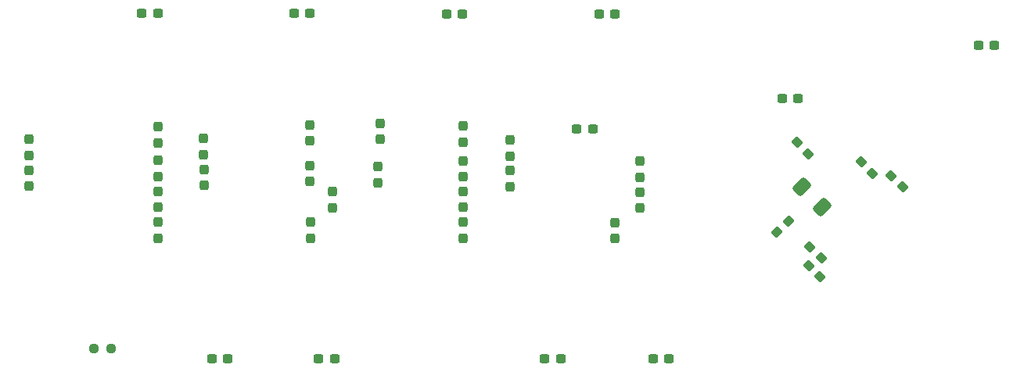
<source format=gbr>
%TF.GenerationSoftware,KiCad,Pcbnew,(6.0.6)*%
%TF.CreationDate,2022-07-10T09:52:36+02:00*%
%TF.ProjectId,GottaGoFaSDZ3,476f7474-6147-46f4-9661-53445a332e6b,rev?*%
%TF.SameCoordinates,Original*%
%TF.FileFunction,Paste,Bot*%
%TF.FilePolarity,Positive*%
%FSLAX46Y46*%
G04 Gerber Fmt 4.6, Leading zero omitted, Abs format (unit mm)*
G04 Created by KiCad (PCBNEW (6.0.6)) date 2022-07-10 09:52:36*
%MOMM*%
%LPD*%
G01*
G04 APERTURE LIST*
G04 Aperture macros list*
%AMRoundRect*
0 Rectangle with rounded corners*
0 $1 Rounding radius*
0 $2 $3 $4 $5 $6 $7 $8 $9 X,Y pos of 4 corners*
0 Add a 4 corners polygon primitive as box body*
4,1,4,$2,$3,$4,$5,$6,$7,$8,$9,$2,$3,0*
0 Add four circle primitives for the rounded corners*
1,1,$1+$1,$2,$3*
1,1,$1+$1,$4,$5*
1,1,$1+$1,$6,$7*
1,1,$1+$1,$8,$9*
0 Add four rect primitives between the rounded corners*
20,1,$1+$1,$2,$3,$4,$5,0*
20,1,$1+$1,$4,$5,$6,$7,0*
20,1,$1+$1,$6,$7,$8,$9,0*
20,1,$1+$1,$8,$9,$2,$3,0*%
G04 Aperture macros list end*
%ADD10RoundRect,0.250000X0.751301X0.167938X0.167938X0.751301X-0.751301X-0.167938X-0.167938X-0.751301X0*%
%ADD11RoundRect,0.237500X-0.237500X0.300000X-0.237500X-0.300000X0.237500X-0.300000X0.237500X0.300000X0*%
%ADD12RoundRect,0.237500X0.237500X-0.300000X0.237500X0.300000X-0.237500X0.300000X-0.237500X-0.300000X0*%
%ADD13RoundRect,0.237500X-0.380070X0.044194X0.044194X-0.380070X0.380070X-0.044194X-0.044194X0.380070X0*%
%ADD14RoundRect,0.237500X0.300000X0.237500X-0.300000X0.237500X-0.300000X-0.237500X0.300000X-0.237500X0*%
%ADD15RoundRect,0.237500X-0.300000X-0.237500X0.300000X-0.237500X0.300000X0.237500X-0.300000X0.237500X0*%
%ADD16RoundRect,0.237500X0.250000X0.237500X-0.250000X0.237500X-0.250000X-0.237500X0.250000X-0.237500X0*%
%ADD17RoundRect,0.237500X0.380070X-0.044194X-0.044194X0.380070X-0.380070X0.044194X0.044194X-0.380070X0*%
%ADD18RoundRect,0.237500X-0.044194X-0.380070X0.380070X0.044194X0.044194X0.380070X-0.380070X-0.044194X0*%
G04 APERTURE END LIST*
D10*
%TO.C,C16*%
X185818720Y-90721496D03*
X183609012Y-88511788D03*
%TD*%
D11*
%TO.C,C17*%
X163386712Y-92404577D03*
X163386712Y-94129577D03*
%TD*%
D12*
%TO.C,C32*%
X132773069Y-90772390D03*
X132773069Y-89047390D03*
%TD*%
%TO.C,C25*%
X146920869Y-90733990D03*
X146920869Y-89008990D03*
%TD*%
%TO.C,C22*%
X152007069Y-88486990D03*
X152007069Y-86761990D03*
%TD*%
D13*
%TO.C,C12*%
X183061466Y-83699282D03*
X184281226Y-84919042D03*
%TD*%
D11*
%TO.C,C27*%
X146895469Y-81922390D03*
X146895469Y-83647390D03*
%TD*%
D13*
%TO.C,C10*%
X184331466Y-97034282D03*
X185551226Y-98254042D03*
%TD*%
D14*
%TO.C,C13*%
X183168481Y-78902116D03*
X181443481Y-78902116D03*
%TD*%
D11*
%TO.C,C33*%
X130360069Y-86215590D03*
X130360069Y-87940590D03*
%TD*%
%TO.C,C23*%
X152007069Y-83459990D03*
X152007069Y-85184990D03*
%TD*%
D15*
%TO.C,C8*%
X202716120Y-73177636D03*
X204441120Y-73177636D03*
%TD*%
D11*
%TO.C,C31*%
X130391669Y-92349990D03*
X130391669Y-94074990D03*
%TD*%
D16*
%TO.C,R2*%
X108783920Y-106045236D03*
X106958920Y-106045236D03*
%TD*%
D15*
%TO.C,C6*%
X155753900Y-107137200D03*
X157478900Y-107137200D03*
%TD*%
D11*
%TO.C,C26*%
X146920869Y-85681590D03*
X146920869Y-87406590D03*
%TD*%
D14*
%TO.C,C35*%
X130333569Y-69717690D03*
X128608569Y-69717690D03*
%TD*%
%TO.C,C28*%
X146843569Y-69782490D03*
X145118569Y-69782490D03*
%TD*%
D11*
%TO.C,C34*%
X130360069Y-81821390D03*
X130360069Y-83546390D03*
%TD*%
D12*
%TO.C,C29*%
X137699569Y-88043990D03*
X137699569Y-86318990D03*
%TD*%
D17*
%TO.C,C14*%
X194476592Y-88542957D03*
X193256832Y-87323197D03*
%TD*%
D11*
%TO.C,C38*%
X113881668Y-92349989D03*
X113881668Y-94074989D03*
%TD*%
D12*
%TO.C,C36*%
X118853869Y-88334790D03*
X118853869Y-86609790D03*
%TD*%
D15*
%TO.C,C4*%
X119711300Y-107137200D03*
X121436300Y-107137200D03*
%TD*%
D12*
%TO.C,C18*%
X166073569Y-90784790D03*
X166073569Y-89059790D03*
%TD*%
D11*
%TO.C,C44*%
X99911669Y-83383190D03*
X99911669Y-85108190D03*
%TD*%
D13*
%TO.C,C15*%
X190005189Y-85820210D03*
X191224949Y-87039970D03*
%TD*%
D15*
%TO.C,C5*%
X131293700Y-107137200D03*
X133018700Y-107137200D03*
%TD*%
D14*
%TO.C,C19*%
X160940569Y-82214490D03*
X159215569Y-82214490D03*
%TD*%
%TO.C,C20*%
X163353569Y-69782490D03*
X161628569Y-69782490D03*
%TD*%
D12*
%TO.C,C39*%
X113875469Y-90722390D03*
X113875469Y-88997390D03*
%TD*%
D11*
%TO.C,C41*%
X113875469Y-81999190D03*
X113875469Y-83724190D03*
%TD*%
D18*
%TO.C,C11*%
X180902466Y-93428042D03*
X182122226Y-92208282D03*
%TD*%
D11*
%TO.C,C24*%
X146927069Y-92349990D03*
X146927069Y-94074990D03*
%TD*%
%TO.C,C21*%
X166072469Y-85732390D03*
X166072469Y-87457390D03*
%TD*%
%TO.C,C40*%
X113875469Y-85644590D03*
X113875469Y-87369590D03*
%TD*%
D15*
%TO.C,C7*%
X167463300Y-107137200D03*
X169188300Y-107137200D03*
%TD*%
D17*
%TO.C,C9*%
X185678325Y-96237955D03*
X184458565Y-95018195D03*
%TD*%
D11*
%TO.C,C37*%
X118850029Y-83270784D03*
X118850029Y-84995784D03*
%TD*%
D12*
%TO.C,C30*%
X137953569Y-83344990D03*
X137953569Y-81619990D03*
%TD*%
%TO.C,C43*%
X99911669Y-88435590D03*
X99911669Y-86710590D03*
%TD*%
D14*
%TO.C,C42*%
X113874369Y-69717690D03*
X112149369Y-69717690D03*
%TD*%
M02*

</source>
